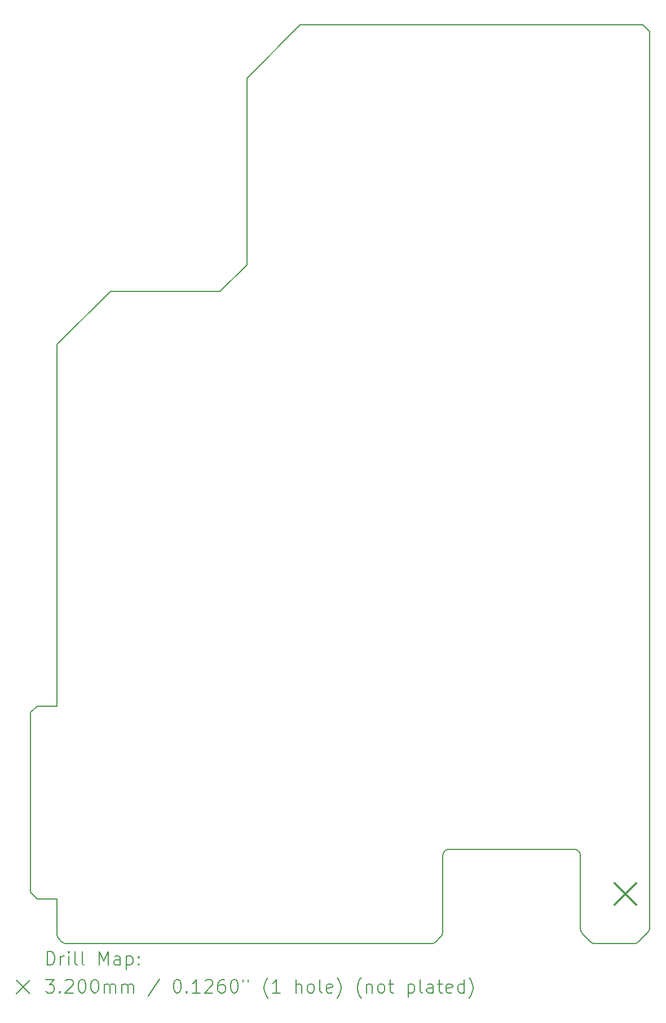
<source format=gbr>
%TF.GenerationSoftware,KiCad,Pcbnew,8.0.5*%
%TF.CreationDate,2024-11-24T09:32:07-04:00*%
%TF.ProjectId,RAMEXB_V21_Github,52414d45-5842-45f5-9632-315f47697468,rev?*%
%TF.SameCoordinates,Original*%
%TF.FileFunction,Drillmap*%
%TF.FilePolarity,Positive*%
%FSLAX45Y45*%
G04 Gerber Fmt 4.5, Leading zero omitted, Abs format (unit mm)*
G04 Created by KiCad (PCBNEW 8.0.5) date 2024-11-24 09:32:07*
%MOMM*%
%LPD*%
G01*
G04 APERTURE LIST*
%ADD10C,0.150000*%
%ADD11C,0.200000*%
%ADD12C,0.320000*%
G04 APERTURE END LIST*
D10*
X16550000Y-5500000D02*
X15750000Y-6300000D01*
X21439289Y-15270711D02*
G75*
G02*
X21368579Y-15299999I-70709J70711D01*
G01*
X24620711Y-15129289D02*
X24479289Y-15270711D01*
X24650000Y-15058579D02*
X24650000Y-1598000D01*
X24479289Y-15270711D02*
G75*
G02*
X24408579Y-15299999I-70709J70711D01*
G01*
X18200000Y-5500000D02*
X16550000Y-5500000D01*
X15750000Y-14630000D02*
X15750000Y-15158579D01*
X21368579Y-15300000D02*
X15891421Y-15300000D01*
X18600000Y-2298000D02*
X18600000Y-5100000D01*
X24650000Y-1598000D02*
X24550000Y-1498000D01*
X23831421Y-15300000D02*
G75*
G02*
X23760710Y-15270711I-1J100000D01*
G01*
X15750000Y-14630000D02*
X15450000Y-14630000D01*
X15891421Y-15300000D02*
G75*
G02*
X15820712Y-15270709I-1J99990D01*
G01*
X15750000Y-11729000D02*
X15450000Y-11729000D01*
X15779289Y-15229289D02*
X15820711Y-15270711D01*
X23639289Y-15149289D02*
G75*
G02*
X23610004Y-15078579I70721J70709D01*
G01*
X23510000Y-13880000D02*
G75*
G02*
X23610000Y-13980000I0J-100000D01*
G01*
X21540000Y-13980000D02*
X21540000Y-15128579D01*
X15450000Y-11729000D02*
X15350000Y-11829000D01*
X15450000Y-14630000D02*
X15350000Y-14530000D01*
X15350000Y-14530000D02*
X15350000Y-11829000D01*
X24650000Y-15058579D02*
G75*
G02*
X24620711Y-15129290I-100000J-1D01*
G01*
X21540000Y-13980000D02*
G75*
G02*
X21640000Y-13880000I100000J0D01*
G01*
X21540000Y-15128579D02*
G75*
G02*
X21510711Y-15199290I-100000J-1D01*
G01*
X24550000Y-1498000D02*
X19400000Y-1499000D01*
X15779289Y-15229289D02*
G75*
G02*
X15750001Y-15158579I70711J70709D01*
G01*
X23510000Y-13880000D02*
X21640000Y-13880000D01*
X21510711Y-15199289D02*
X21439289Y-15270711D01*
X18200000Y-5500000D02*
X18600000Y-5100000D01*
X24408579Y-15300000D02*
X23831421Y-15300000D01*
X15750000Y-11729000D02*
X15750000Y-9550000D01*
X23760711Y-15270711D02*
X23639289Y-15149289D01*
X15750000Y-9550000D02*
X15750000Y-6300000D01*
X23610000Y-15078579D02*
X23610000Y-13980000D01*
X18600000Y-2298000D02*
X19400000Y-1499000D01*
D11*
D12*
X24125000Y-14395000D02*
X24445000Y-14715000D01*
X24445000Y-14395000D02*
X24125000Y-14715000D01*
D11*
X15603277Y-15618984D02*
X15603277Y-15418984D01*
X15603277Y-15418984D02*
X15650896Y-15418984D01*
X15650896Y-15418984D02*
X15679467Y-15428508D01*
X15679467Y-15428508D02*
X15698515Y-15447555D01*
X15698515Y-15447555D02*
X15708039Y-15466603D01*
X15708039Y-15466603D02*
X15717562Y-15504698D01*
X15717562Y-15504698D02*
X15717562Y-15533269D01*
X15717562Y-15533269D02*
X15708039Y-15571365D01*
X15708039Y-15571365D02*
X15698515Y-15590412D01*
X15698515Y-15590412D02*
X15679467Y-15609460D01*
X15679467Y-15609460D02*
X15650896Y-15618984D01*
X15650896Y-15618984D02*
X15603277Y-15618984D01*
X15803277Y-15618984D02*
X15803277Y-15485650D01*
X15803277Y-15523746D02*
X15812801Y-15504698D01*
X15812801Y-15504698D02*
X15822324Y-15495174D01*
X15822324Y-15495174D02*
X15841372Y-15485650D01*
X15841372Y-15485650D02*
X15860420Y-15485650D01*
X15927086Y-15618984D02*
X15927086Y-15485650D01*
X15927086Y-15418984D02*
X15917562Y-15428508D01*
X15917562Y-15428508D02*
X15927086Y-15438031D01*
X15927086Y-15438031D02*
X15936610Y-15428508D01*
X15936610Y-15428508D02*
X15927086Y-15418984D01*
X15927086Y-15418984D02*
X15927086Y-15438031D01*
X16050896Y-15618984D02*
X16031848Y-15609460D01*
X16031848Y-15609460D02*
X16022324Y-15590412D01*
X16022324Y-15590412D02*
X16022324Y-15418984D01*
X16155658Y-15618984D02*
X16136610Y-15609460D01*
X16136610Y-15609460D02*
X16127086Y-15590412D01*
X16127086Y-15590412D02*
X16127086Y-15418984D01*
X16384229Y-15618984D02*
X16384229Y-15418984D01*
X16384229Y-15418984D02*
X16450896Y-15561841D01*
X16450896Y-15561841D02*
X16517562Y-15418984D01*
X16517562Y-15418984D02*
X16517562Y-15618984D01*
X16698515Y-15618984D02*
X16698515Y-15514222D01*
X16698515Y-15514222D02*
X16688991Y-15495174D01*
X16688991Y-15495174D02*
X16669943Y-15485650D01*
X16669943Y-15485650D02*
X16631848Y-15485650D01*
X16631848Y-15485650D02*
X16612801Y-15495174D01*
X16698515Y-15609460D02*
X16679467Y-15618984D01*
X16679467Y-15618984D02*
X16631848Y-15618984D01*
X16631848Y-15618984D02*
X16612801Y-15609460D01*
X16612801Y-15609460D02*
X16603277Y-15590412D01*
X16603277Y-15590412D02*
X16603277Y-15571365D01*
X16603277Y-15571365D02*
X16612801Y-15552317D01*
X16612801Y-15552317D02*
X16631848Y-15542793D01*
X16631848Y-15542793D02*
X16679467Y-15542793D01*
X16679467Y-15542793D02*
X16698515Y-15533269D01*
X16793753Y-15485650D02*
X16793753Y-15685650D01*
X16793753Y-15495174D02*
X16812801Y-15485650D01*
X16812801Y-15485650D02*
X16850896Y-15485650D01*
X16850896Y-15485650D02*
X16869944Y-15495174D01*
X16869944Y-15495174D02*
X16879467Y-15504698D01*
X16879467Y-15504698D02*
X16888991Y-15523746D01*
X16888991Y-15523746D02*
X16888991Y-15580888D01*
X16888991Y-15580888D02*
X16879467Y-15599936D01*
X16879467Y-15599936D02*
X16869944Y-15609460D01*
X16869944Y-15609460D02*
X16850896Y-15618984D01*
X16850896Y-15618984D02*
X16812801Y-15618984D01*
X16812801Y-15618984D02*
X16793753Y-15609460D01*
X16974705Y-15599936D02*
X16984229Y-15609460D01*
X16984229Y-15609460D02*
X16974705Y-15618984D01*
X16974705Y-15618984D02*
X16965182Y-15609460D01*
X16965182Y-15609460D02*
X16974705Y-15599936D01*
X16974705Y-15599936D02*
X16974705Y-15618984D01*
X16974705Y-15495174D02*
X16984229Y-15504698D01*
X16984229Y-15504698D02*
X16974705Y-15514222D01*
X16974705Y-15514222D02*
X16965182Y-15504698D01*
X16965182Y-15504698D02*
X16974705Y-15495174D01*
X16974705Y-15495174D02*
X16974705Y-15514222D01*
X15142500Y-15847500D02*
X15342500Y-16047500D01*
X15342500Y-15847500D02*
X15142500Y-16047500D01*
X15584229Y-15838984D02*
X15708039Y-15838984D01*
X15708039Y-15838984D02*
X15641372Y-15915174D01*
X15641372Y-15915174D02*
X15669943Y-15915174D01*
X15669943Y-15915174D02*
X15688991Y-15924698D01*
X15688991Y-15924698D02*
X15698515Y-15934222D01*
X15698515Y-15934222D02*
X15708039Y-15953269D01*
X15708039Y-15953269D02*
X15708039Y-16000888D01*
X15708039Y-16000888D02*
X15698515Y-16019936D01*
X15698515Y-16019936D02*
X15688991Y-16029460D01*
X15688991Y-16029460D02*
X15669943Y-16038984D01*
X15669943Y-16038984D02*
X15612801Y-16038984D01*
X15612801Y-16038984D02*
X15593753Y-16029460D01*
X15593753Y-16029460D02*
X15584229Y-16019936D01*
X15793753Y-16019936D02*
X15803277Y-16029460D01*
X15803277Y-16029460D02*
X15793753Y-16038984D01*
X15793753Y-16038984D02*
X15784229Y-16029460D01*
X15784229Y-16029460D02*
X15793753Y-16019936D01*
X15793753Y-16019936D02*
X15793753Y-16038984D01*
X15879467Y-15858031D02*
X15888991Y-15848508D01*
X15888991Y-15848508D02*
X15908039Y-15838984D01*
X15908039Y-15838984D02*
X15955658Y-15838984D01*
X15955658Y-15838984D02*
X15974705Y-15848508D01*
X15974705Y-15848508D02*
X15984229Y-15858031D01*
X15984229Y-15858031D02*
X15993753Y-15877079D01*
X15993753Y-15877079D02*
X15993753Y-15896127D01*
X15993753Y-15896127D02*
X15984229Y-15924698D01*
X15984229Y-15924698D02*
X15869943Y-16038984D01*
X15869943Y-16038984D02*
X15993753Y-16038984D01*
X16117562Y-15838984D02*
X16136610Y-15838984D01*
X16136610Y-15838984D02*
X16155658Y-15848508D01*
X16155658Y-15848508D02*
X16165182Y-15858031D01*
X16165182Y-15858031D02*
X16174705Y-15877079D01*
X16174705Y-15877079D02*
X16184229Y-15915174D01*
X16184229Y-15915174D02*
X16184229Y-15962793D01*
X16184229Y-15962793D02*
X16174705Y-16000888D01*
X16174705Y-16000888D02*
X16165182Y-16019936D01*
X16165182Y-16019936D02*
X16155658Y-16029460D01*
X16155658Y-16029460D02*
X16136610Y-16038984D01*
X16136610Y-16038984D02*
X16117562Y-16038984D01*
X16117562Y-16038984D02*
X16098515Y-16029460D01*
X16098515Y-16029460D02*
X16088991Y-16019936D01*
X16088991Y-16019936D02*
X16079467Y-16000888D01*
X16079467Y-16000888D02*
X16069943Y-15962793D01*
X16069943Y-15962793D02*
X16069943Y-15915174D01*
X16069943Y-15915174D02*
X16079467Y-15877079D01*
X16079467Y-15877079D02*
X16088991Y-15858031D01*
X16088991Y-15858031D02*
X16098515Y-15848508D01*
X16098515Y-15848508D02*
X16117562Y-15838984D01*
X16308039Y-15838984D02*
X16327086Y-15838984D01*
X16327086Y-15838984D02*
X16346134Y-15848508D01*
X16346134Y-15848508D02*
X16355658Y-15858031D01*
X16355658Y-15858031D02*
X16365182Y-15877079D01*
X16365182Y-15877079D02*
X16374705Y-15915174D01*
X16374705Y-15915174D02*
X16374705Y-15962793D01*
X16374705Y-15962793D02*
X16365182Y-16000888D01*
X16365182Y-16000888D02*
X16355658Y-16019936D01*
X16355658Y-16019936D02*
X16346134Y-16029460D01*
X16346134Y-16029460D02*
X16327086Y-16038984D01*
X16327086Y-16038984D02*
X16308039Y-16038984D01*
X16308039Y-16038984D02*
X16288991Y-16029460D01*
X16288991Y-16029460D02*
X16279467Y-16019936D01*
X16279467Y-16019936D02*
X16269943Y-16000888D01*
X16269943Y-16000888D02*
X16260420Y-15962793D01*
X16260420Y-15962793D02*
X16260420Y-15915174D01*
X16260420Y-15915174D02*
X16269943Y-15877079D01*
X16269943Y-15877079D02*
X16279467Y-15858031D01*
X16279467Y-15858031D02*
X16288991Y-15848508D01*
X16288991Y-15848508D02*
X16308039Y-15838984D01*
X16460420Y-16038984D02*
X16460420Y-15905650D01*
X16460420Y-15924698D02*
X16469943Y-15915174D01*
X16469943Y-15915174D02*
X16488991Y-15905650D01*
X16488991Y-15905650D02*
X16517563Y-15905650D01*
X16517563Y-15905650D02*
X16536610Y-15915174D01*
X16536610Y-15915174D02*
X16546134Y-15934222D01*
X16546134Y-15934222D02*
X16546134Y-16038984D01*
X16546134Y-15934222D02*
X16555658Y-15915174D01*
X16555658Y-15915174D02*
X16574705Y-15905650D01*
X16574705Y-15905650D02*
X16603277Y-15905650D01*
X16603277Y-15905650D02*
X16622324Y-15915174D01*
X16622324Y-15915174D02*
X16631848Y-15934222D01*
X16631848Y-15934222D02*
X16631848Y-16038984D01*
X16727086Y-16038984D02*
X16727086Y-15905650D01*
X16727086Y-15924698D02*
X16736610Y-15915174D01*
X16736610Y-15915174D02*
X16755658Y-15905650D01*
X16755658Y-15905650D02*
X16784229Y-15905650D01*
X16784229Y-15905650D02*
X16803277Y-15915174D01*
X16803277Y-15915174D02*
X16812801Y-15934222D01*
X16812801Y-15934222D02*
X16812801Y-16038984D01*
X16812801Y-15934222D02*
X16822325Y-15915174D01*
X16822325Y-15915174D02*
X16841372Y-15905650D01*
X16841372Y-15905650D02*
X16869944Y-15905650D01*
X16869944Y-15905650D02*
X16888991Y-15915174D01*
X16888991Y-15915174D02*
X16898515Y-15934222D01*
X16898515Y-15934222D02*
X16898515Y-16038984D01*
X17288991Y-15829460D02*
X17117563Y-16086603D01*
X17546134Y-15838984D02*
X17565182Y-15838984D01*
X17565182Y-15838984D02*
X17584229Y-15848508D01*
X17584229Y-15848508D02*
X17593753Y-15858031D01*
X17593753Y-15858031D02*
X17603277Y-15877079D01*
X17603277Y-15877079D02*
X17612801Y-15915174D01*
X17612801Y-15915174D02*
X17612801Y-15962793D01*
X17612801Y-15962793D02*
X17603277Y-16000888D01*
X17603277Y-16000888D02*
X17593753Y-16019936D01*
X17593753Y-16019936D02*
X17584229Y-16029460D01*
X17584229Y-16029460D02*
X17565182Y-16038984D01*
X17565182Y-16038984D02*
X17546134Y-16038984D01*
X17546134Y-16038984D02*
X17527087Y-16029460D01*
X17527087Y-16029460D02*
X17517563Y-16019936D01*
X17517563Y-16019936D02*
X17508039Y-16000888D01*
X17508039Y-16000888D02*
X17498515Y-15962793D01*
X17498515Y-15962793D02*
X17498515Y-15915174D01*
X17498515Y-15915174D02*
X17508039Y-15877079D01*
X17508039Y-15877079D02*
X17517563Y-15858031D01*
X17517563Y-15858031D02*
X17527087Y-15848508D01*
X17527087Y-15848508D02*
X17546134Y-15838984D01*
X17698515Y-16019936D02*
X17708039Y-16029460D01*
X17708039Y-16029460D02*
X17698515Y-16038984D01*
X17698515Y-16038984D02*
X17688991Y-16029460D01*
X17688991Y-16029460D02*
X17698515Y-16019936D01*
X17698515Y-16019936D02*
X17698515Y-16038984D01*
X17898515Y-16038984D02*
X17784229Y-16038984D01*
X17841372Y-16038984D02*
X17841372Y-15838984D01*
X17841372Y-15838984D02*
X17822325Y-15867555D01*
X17822325Y-15867555D02*
X17803277Y-15886603D01*
X17803277Y-15886603D02*
X17784229Y-15896127D01*
X17974706Y-15858031D02*
X17984229Y-15848508D01*
X17984229Y-15848508D02*
X18003277Y-15838984D01*
X18003277Y-15838984D02*
X18050896Y-15838984D01*
X18050896Y-15838984D02*
X18069944Y-15848508D01*
X18069944Y-15848508D02*
X18079468Y-15858031D01*
X18079468Y-15858031D02*
X18088991Y-15877079D01*
X18088991Y-15877079D02*
X18088991Y-15896127D01*
X18088991Y-15896127D02*
X18079468Y-15924698D01*
X18079468Y-15924698D02*
X17965182Y-16038984D01*
X17965182Y-16038984D02*
X18088991Y-16038984D01*
X18260420Y-15838984D02*
X18222325Y-15838984D01*
X18222325Y-15838984D02*
X18203277Y-15848508D01*
X18203277Y-15848508D02*
X18193753Y-15858031D01*
X18193753Y-15858031D02*
X18174706Y-15886603D01*
X18174706Y-15886603D02*
X18165182Y-15924698D01*
X18165182Y-15924698D02*
X18165182Y-16000888D01*
X18165182Y-16000888D02*
X18174706Y-16019936D01*
X18174706Y-16019936D02*
X18184229Y-16029460D01*
X18184229Y-16029460D02*
X18203277Y-16038984D01*
X18203277Y-16038984D02*
X18241372Y-16038984D01*
X18241372Y-16038984D02*
X18260420Y-16029460D01*
X18260420Y-16029460D02*
X18269944Y-16019936D01*
X18269944Y-16019936D02*
X18279468Y-16000888D01*
X18279468Y-16000888D02*
X18279468Y-15953269D01*
X18279468Y-15953269D02*
X18269944Y-15934222D01*
X18269944Y-15934222D02*
X18260420Y-15924698D01*
X18260420Y-15924698D02*
X18241372Y-15915174D01*
X18241372Y-15915174D02*
X18203277Y-15915174D01*
X18203277Y-15915174D02*
X18184229Y-15924698D01*
X18184229Y-15924698D02*
X18174706Y-15934222D01*
X18174706Y-15934222D02*
X18165182Y-15953269D01*
X18403277Y-15838984D02*
X18422325Y-15838984D01*
X18422325Y-15838984D02*
X18441372Y-15848508D01*
X18441372Y-15848508D02*
X18450896Y-15858031D01*
X18450896Y-15858031D02*
X18460420Y-15877079D01*
X18460420Y-15877079D02*
X18469944Y-15915174D01*
X18469944Y-15915174D02*
X18469944Y-15962793D01*
X18469944Y-15962793D02*
X18460420Y-16000888D01*
X18460420Y-16000888D02*
X18450896Y-16019936D01*
X18450896Y-16019936D02*
X18441372Y-16029460D01*
X18441372Y-16029460D02*
X18422325Y-16038984D01*
X18422325Y-16038984D02*
X18403277Y-16038984D01*
X18403277Y-16038984D02*
X18384229Y-16029460D01*
X18384229Y-16029460D02*
X18374706Y-16019936D01*
X18374706Y-16019936D02*
X18365182Y-16000888D01*
X18365182Y-16000888D02*
X18355658Y-15962793D01*
X18355658Y-15962793D02*
X18355658Y-15915174D01*
X18355658Y-15915174D02*
X18365182Y-15877079D01*
X18365182Y-15877079D02*
X18374706Y-15858031D01*
X18374706Y-15858031D02*
X18384229Y-15848508D01*
X18384229Y-15848508D02*
X18403277Y-15838984D01*
X18546134Y-15838984D02*
X18546134Y-15877079D01*
X18622325Y-15838984D02*
X18622325Y-15877079D01*
X18917563Y-16115174D02*
X18908039Y-16105650D01*
X18908039Y-16105650D02*
X18888991Y-16077079D01*
X18888991Y-16077079D02*
X18879468Y-16058031D01*
X18879468Y-16058031D02*
X18869944Y-16029460D01*
X18869944Y-16029460D02*
X18860420Y-15981841D01*
X18860420Y-15981841D02*
X18860420Y-15943746D01*
X18860420Y-15943746D02*
X18869944Y-15896127D01*
X18869944Y-15896127D02*
X18879468Y-15867555D01*
X18879468Y-15867555D02*
X18888991Y-15848508D01*
X18888991Y-15848508D02*
X18908039Y-15819936D01*
X18908039Y-15819936D02*
X18917563Y-15810412D01*
X19098515Y-16038984D02*
X18984230Y-16038984D01*
X19041372Y-16038984D02*
X19041372Y-15838984D01*
X19041372Y-15838984D02*
X19022325Y-15867555D01*
X19022325Y-15867555D02*
X19003277Y-15886603D01*
X19003277Y-15886603D02*
X18984230Y-15896127D01*
X19336611Y-16038984D02*
X19336611Y-15838984D01*
X19422325Y-16038984D02*
X19422325Y-15934222D01*
X19422325Y-15934222D02*
X19412801Y-15915174D01*
X19412801Y-15915174D02*
X19393753Y-15905650D01*
X19393753Y-15905650D02*
X19365182Y-15905650D01*
X19365182Y-15905650D02*
X19346134Y-15915174D01*
X19346134Y-15915174D02*
X19336611Y-15924698D01*
X19546134Y-16038984D02*
X19527087Y-16029460D01*
X19527087Y-16029460D02*
X19517563Y-16019936D01*
X19517563Y-16019936D02*
X19508039Y-16000888D01*
X19508039Y-16000888D02*
X19508039Y-15943746D01*
X19508039Y-15943746D02*
X19517563Y-15924698D01*
X19517563Y-15924698D02*
X19527087Y-15915174D01*
X19527087Y-15915174D02*
X19546134Y-15905650D01*
X19546134Y-15905650D02*
X19574706Y-15905650D01*
X19574706Y-15905650D02*
X19593753Y-15915174D01*
X19593753Y-15915174D02*
X19603277Y-15924698D01*
X19603277Y-15924698D02*
X19612801Y-15943746D01*
X19612801Y-15943746D02*
X19612801Y-16000888D01*
X19612801Y-16000888D02*
X19603277Y-16019936D01*
X19603277Y-16019936D02*
X19593753Y-16029460D01*
X19593753Y-16029460D02*
X19574706Y-16038984D01*
X19574706Y-16038984D02*
X19546134Y-16038984D01*
X19727087Y-16038984D02*
X19708039Y-16029460D01*
X19708039Y-16029460D02*
X19698515Y-16010412D01*
X19698515Y-16010412D02*
X19698515Y-15838984D01*
X19879468Y-16029460D02*
X19860420Y-16038984D01*
X19860420Y-16038984D02*
X19822325Y-16038984D01*
X19822325Y-16038984D02*
X19803277Y-16029460D01*
X19803277Y-16029460D02*
X19793753Y-16010412D01*
X19793753Y-16010412D02*
X19793753Y-15934222D01*
X19793753Y-15934222D02*
X19803277Y-15915174D01*
X19803277Y-15915174D02*
X19822325Y-15905650D01*
X19822325Y-15905650D02*
X19860420Y-15905650D01*
X19860420Y-15905650D02*
X19879468Y-15915174D01*
X19879468Y-15915174D02*
X19888992Y-15934222D01*
X19888992Y-15934222D02*
X19888992Y-15953269D01*
X19888992Y-15953269D02*
X19793753Y-15972317D01*
X19955658Y-16115174D02*
X19965182Y-16105650D01*
X19965182Y-16105650D02*
X19984230Y-16077079D01*
X19984230Y-16077079D02*
X19993753Y-16058031D01*
X19993753Y-16058031D02*
X20003277Y-16029460D01*
X20003277Y-16029460D02*
X20012801Y-15981841D01*
X20012801Y-15981841D02*
X20012801Y-15943746D01*
X20012801Y-15943746D02*
X20003277Y-15896127D01*
X20003277Y-15896127D02*
X19993753Y-15867555D01*
X19993753Y-15867555D02*
X19984230Y-15848508D01*
X19984230Y-15848508D02*
X19965182Y-15819936D01*
X19965182Y-15819936D02*
X19955658Y-15810412D01*
X20317563Y-16115174D02*
X20308039Y-16105650D01*
X20308039Y-16105650D02*
X20288992Y-16077079D01*
X20288992Y-16077079D02*
X20279468Y-16058031D01*
X20279468Y-16058031D02*
X20269944Y-16029460D01*
X20269944Y-16029460D02*
X20260420Y-15981841D01*
X20260420Y-15981841D02*
X20260420Y-15943746D01*
X20260420Y-15943746D02*
X20269944Y-15896127D01*
X20269944Y-15896127D02*
X20279468Y-15867555D01*
X20279468Y-15867555D02*
X20288992Y-15848508D01*
X20288992Y-15848508D02*
X20308039Y-15819936D01*
X20308039Y-15819936D02*
X20317563Y-15810412D01*
X20393753Y-15905650D02*
X20393753Y-16038984D01*
X20393753Y-15924698D02*
X20403277Y-15915174D01*
X20403277Y-15915174D02*
X20422325Y-15905650D01*
X20422325Y-15905650D02*
X20450896Y-15905650D01*
X20450896Y-15905650D02*
X20469944Y-15915174D01*
X20469944Y-15915174D02*
X20479468Y-15934222D01*
X20479468Y-15934222D02*
X20479468Y-16038984D01*
X20603277Y-16038984D02*
X20584230Y-16029460D01*
X20584230Y-16029460D02*
X20574706Y-16019936D01*
X20574706Y-16019936D02*
X20565182Y-16000888D01*
X20565182Y-16000888D02*
X20565182Y-15943746D01*
X20565182Y-15943746D02*
X20574706Y-15924698D01*
X20574706Y-15924698D02*
X20584230Y-15915174D01*
X20584230Y-15915174D02*
X20603277Y-15905650D01*
X20603277Y-15905650D02*
X20631849Y-15905650D01*
X20631849Y-15905650D02*
X20650896Y-15915174D01*
X20650896Y-15915174D02*
X20660420Y-15924698D01*
X20660420Y-15924698D02*
X20669944Y-15943746D01*
X20669944Y-15943746D02*
X20669944Y-16000888D01*
X20669944Y-16000888D02*
X20660420Y-16019936D01*
X20660420Y-16019936D02*
X20650896Y-16029460D01*
X20650896Y-16029460D02*
X20631849Y-16038984D01*
X20631849Y-16038984D02*
X20603277Y-16038984D01*
X20727087Y-15905650D02*
X20803277Y-15905650D01*
X20755658Y-15838984D02*
X20755658Y-16010412D01*
X20755658Y-16010412D02*
X20765182Y-16029460D01*
X20765182Y-16029460D02*
X20784230Y-16038984D01*
X20784230Y-16038984D02*
X20803277Y-16038984D01*
X21022325Y-15905650D02*
X21022325Y-16105650D01*
X21022325Y-15915174D02*
X21041373Y-15905650D01*
X21041373Y-15905650D02*
X21079468Y-15905650D01*
X21079468Y-15905650D02*
X21098515Y-15915174D01*
X21098515Y-15915174D02*
X21108039Y-15924698D01*
X21108039Y-15924698D02*
X21117563Y-15943746D01*
X21117563Y-15943746D02*
X21117563Y-16000888D01*
X21117563Y-16000888D02*
X21108039Y-16019936D01*
X21108039Y-16019936D02*
X21098515Y-16029460D01*
X21098515Y-16029460D02*
X21079468Y-16038984D01*
X21079468Y-16038984D02*
X21041373Y-16038984D01*
X21041373Y-16038984D02*
X21022325Y-16029460D01*
X21231849Y-16038984D02*
X21212801Y-16029460D01*
X21212801Y-16029460D02*
X21203277Y-16010412D01*
X21203277Y-16010412D02*
X21203277Y-15838984D01*
X21393754Y-16038984D02*
X21393754Y-15934222D01*
X21393754Y-15934222D02*
X21384230Y-15915174D01*
X21384230Y-15915174D02*
X21365182Y-15905650D01*
X21365182Y-15905650D02*
X21327087Y-15905650D01*
X21327087Y-15905650D02*
X21308039Y-15915174D01*
X21393754Y-16029460D02*
X21374706Y-16038984D01*
X21374706Y-16038984D02*
X21327087Y-16038984D01*
X21327087Y-16038984D02*
X21308039Y-16029460D01*
X21308039Y-16029460D02*
X21298515Y-16010412D01*
X21298515Y-16010412D02*
X21298515Y-15991365D01*
X21298515Y-15991365D02*
X21308039Y-15972317D01*
X21308039Y-15972317D02*
X21327087Y-15962793D01*
X21327087Y-15962793D02*
X21374706Y-15962793D01*
X21374706Y-15962793D02*
X21393754Y-15953269D01*
X21460420Y-15905650D02*
X21536611Y-15905650D01*
X21488992Y-15838984D02*
X21488992Y-16010412D01*
X21488992Y-16010412D02*
X21498515Y-16029460D01*
X21498515Y-16029460D02*
X21517563Y-16038984D01*
X21517563Y-16038984D02*
X21536611Y-16038984D01*
X21679468Y-16029460D02*
X21660420Y-16038984D01*
X21660420Y-16038984D02*
X21622325Y-16038984D01*
X21622325Y-16038984D02*
X21603277Y-16029460D01*
X21603277Y-16029460D02*
X21593754Y-16010412D01*
X21593754Y-16010412D02*
X21593754Y-15934222D01*
X21593754Y-15934222D02*
X21603277Y-15915174D01*
X21603277Y-15915174D02*
X21622325Y-15905650D01*
X21622325Y-15905650D02*
X21660420Y-15905650D01*
X21660420Y-15905650D02*
X21679468Y-15915174D01*
X21679468Y-15915174D02*
X21688992Y-15934222D01*
X21688992Y-15934222D02*
X21688992Y-15953269D01*
X21688992Y-15953269D02*
X21593754Y-15972317D01*
X21860420Y-16038984D02*
X21860420Y-15838984D01*
X21860420Y-16029460D02*
X21841373Y-16038984D01*
X21841373Y-16038984D02*
X21803277Y-16038984D01*
X21803277Y-16038984D02*
X21784230Y-16029460D01*
X21784230Y-16029460D02*
X21774706Y-16019936D01*
X21774706Y-16019936D02*
X21765182Y-16000888D01*
X21765182Y-16000888D02*
X21765182Y-15943746D01*
X21765182Y-15943746D02*
X21774706Y-15924698D01*
X21774706Y-15924698D02*
X21784230Y-15915174D01*
X21784230Y-15915174D02*
X21803277Y-15905650D01*
X21803277Y-15905650D02*
X21841373Y-15905650D01*
X21841373Y-15905650D02*
X21860420Y-15915174D01*
X21936611Y-16115174D02*
X21946135Y-16105650D01*
X21946135Y-16105650D02*
X21965182Y-16077079D01*
X21965182Y-16077079D02*
X21974706Y-16058031D01*
X21974706Y-16058031D02*
X21984230Y-16029460D01*
X21984230Y-16029460D02*
X21993754Y-15981841D01*
X21993754Y-15981841D02*
X21993754Y-15943746D01*
X21993754Y-15943746D02*
X21984230Y-15896127D01*
X21984230Y-15896127D02*
X21974706Y-15867555D01*
X21974706Y-15867555D02*
X21965182Y-15848508D01*
X21965182Y-15848508D02*
X21946135Y-15819936D01*
X21946135Y-15819936D02*
X21936611Y-15810412D01*
M02*

</source>
